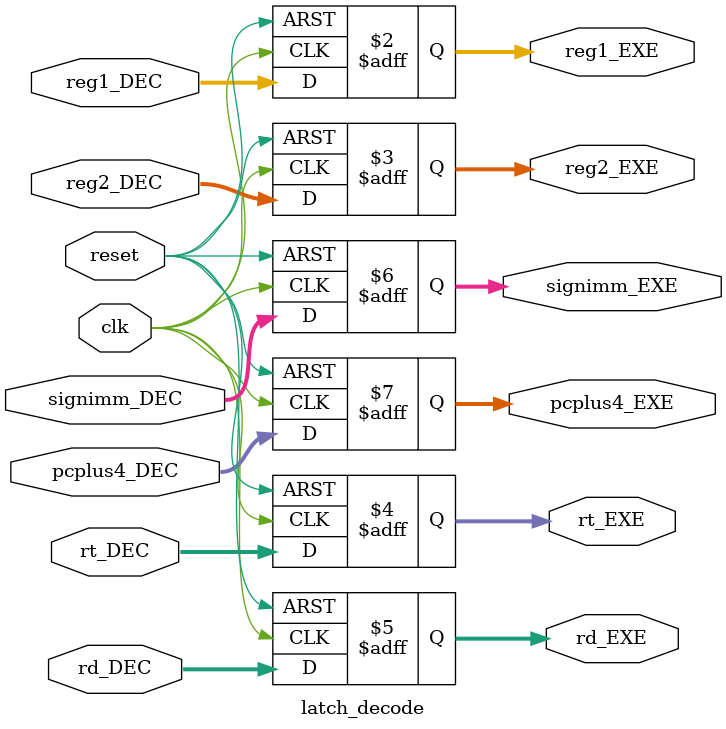
<source format=sv>
module latch_decode (input logic clk,
                     input logic reset,
						   input logic [31:0] reg1_DEC,
						   input logic [31:0] reg2_DEC,
						   input logic [4:0] rt_DEC,
						   input logic [4:0] rd_DEC,
						   input logic [31:0] signimm_DEC,
							input logic [31:0] pcplus4_DEC,
						  
				
						   output logic [31:0] reg1_EXE,
						   output logic [31:0] reg2_EXE,
						   output logic [4:0] rt_EXE,
						   output logic [4:0] rd_EXE,
						   output logic [31:0] signimm_EXE,
							output logic [31:0] pcplus4_EXE);
    always_ff @(posedge clk, posedge reset) begin
		if (reset) begin
		    reg1_EXE <= 0;
			 reg2_EXE <= 0;
			 rt_EXE <= 0;
			 rd_EXE <= 0;
			 signimm_EXE <= 0;
			 pcplus4_EXE <= 0;
		end else begin
		        reg1_EXE <= reg1_DEC;
				  reg2_EXE <= reg2_DEC;
				  rt_EXE <= rt_DEC;
				  rd_EXE <= rd_DEC;
				  signimm_EXE <= signimm_DEC;
				  pcplus4_EXE <= pcplus4_DEC;
		    end
	 end
endmodule
						  
</source>
